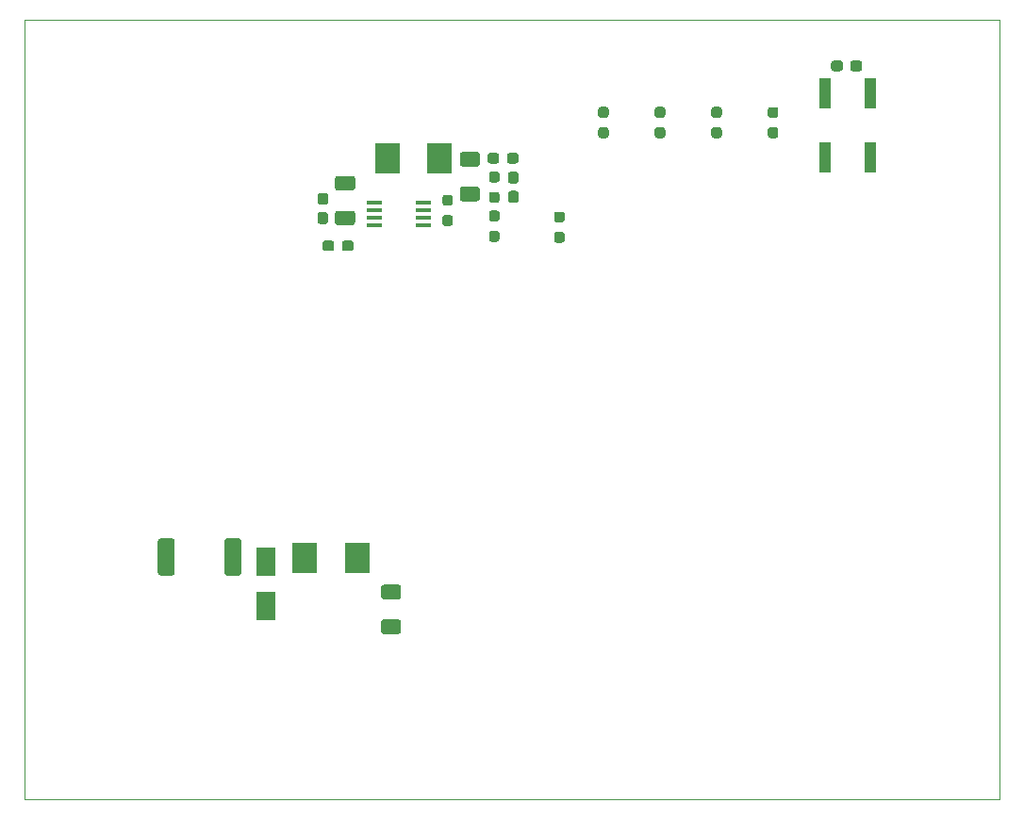
<source format=gbr>
%TF.GenerationSoftware,KiCad,Pcbnew,(5.1.6)-1*%
%TF.CreationDate,2020-12-18T16:38:49+01:00*%
%TF.ProjectId,Board,426f6172-642e-46b6-9963-61645f706362,rev?*%
%TF.SameCoordinates,PX253b400PY7a67730*%
%TF.FileFunction,Paste,Top*%
%TF.FilePolarity,Positive*%
%FSLAX46Y46*%
G04 Gerber Fmt 4.6, Leading zero omitted, Abs format (unit mm)*
G04 Created by KiCad (PCBNEW (5.1.6)-1) date 2020-12-18 16:38:49*
%MOMM*%
%LPD*%
G01*
G04 APERTURE LIST*
%TA.AperFunction,Profile*%
%ADD10C,0.050000*%
%TD*%
%ADD11R,2.200000X2.750000*%
%ADD12R,1.450000X0.450000*%
%ADD13R,1.800000X2.500000*%
%ADD14R,1.000000X2.800000*%
G04 APERTURE END LIST*
D10*
X0Y70000000D02*
X0Y0D01*
X87500000Y70000000D02*
X0Y70000000D01*
X87500000Y0D02*
X87500000Y70000000D01*
X0Y0D02*
X87500000Y0D01*
D11*
X37280000Y57580000D03*
X32580000Y57580000D03*
X29850000Y21680000D03*
X25150000Y21680000D03*
D12*
X35780000Y53555000D03*
X35780000Y52905000D03*
X35780000Y52255000D03*
X35780000Y51605000D03*
X31380000Y51605000D03*
X31380000Y52255000D03*
X31380000Y52905000D03*
X31380000Y53555000D03*
G36*
G01*
X41931500Y51055000D02*
X42406500Y51055000D01*
G75*
G02*
X42644000Y50817500I0J-237500D01*
G01*
X42644000Y50317500D01*
G75*
G02*
X42406500Y50080000I-237500J0D01*
G01*
X41931500Y50080000D01*
G75*
G02*
X41694000Y50317500I0J237500D01*
G01*
X41694000Y50817500D01*
G75*
G02*
X41931500Y51055000I237500J0D01*
G01*
G37*
G36*
G01*
X41931500Y52880000D02*
X42406500Y52880000D01*
G75*
G02*
X42644000Y52642500I0J-237500D01*
G01*
X42644000Y52142500D01*
G75*
G02*
X42406500Y51905000I-237500J0D01*
G01*
X41931500Y51905000D01*
G75*
G02*
X41694000Y52142500I0J237500D01*
G01*
X41694000Y52642500D01*
G75*
G02*
X41931500Y52880000I237500J0D01*
G01*
G37*
G36*
G01*
X41931500Y54555000D02*
X42406500Y54555000D01*
G75*
G02*
X42644000Y54317500I0J-237500D01*
G01*
X42644000Y53817500D01*
G75*
G02*
X42406500Y53580000I-237500J0D01*
G01*
X41931500Y53580000D01*
G75*
G02*
X41694000Y53817500I0J237500D01*
G01*
X41694000Y54317500D01*
G75*
G02*
X41931500Y54555000I237500J0D01*
G01*
G37*
G36*
G01*
X41931500Y56380000D02*
X42406500Y56380000D01*
G75*
G02*
X42644000Y56142500I0J-237500D01*
G01*
X42644000Y55642500D01*
G75*
G02*
X42406500Y55405000I-237500J0D01*
G01*
X41931500Y55405000D01*
G75*
G02*
X41694000Y55642500I0J237500D01*
G01*
X41694000Y56142500D01*
G75*
G02*
X41931500Y56380000I237500J0D01*
G01*
G37*
G36*
G01*
X52207500Y61215000D02*
X51732500Y61215000D01*
G75*
G02*
X51495000Y61452500I0J237500D01*
G01*
X51495000Y61952500D01*
G75*
G02*
X51732500Y62190000I237500J0D01*
G01*
X52207500Y62190000D01*
G75*
G02*
X52445000Y61952500I0J-237500D01*
G01*
X52445000Y61452500D01*
G75*
G02*
X52207500Y61215000I-237500J0D01*
G01*
G37*
G36*
G01*
X52207500Y59390000D02*
X51732500Y59390000D01*
G75*
G02*
X51495000Y59627500I0J237500D01*
G01*
X51495000Y60127500D01*
G75*
G02*
X51732500Y60365000I237500J0D01*
G01*
X52207500Y60365000D01*
G75*
G02*
X52445000Y60127500I0J-237500D01*
G01*
X52445000Y59627500D01*
G75*
G02*
X52207500Y59390000I-237500J0D01*
G01*
G37*
G36*
G01*
X67437500Y61207500D02*
X66962500Y61207500D01*
G75*
G02*
X66725000Y61445000I0J237500D01*
G01*
X66725000Y61945000D01*
G75*
G02*
X66962500Y62182500I237500J0D01*
G01*
X67437500Y62182500D01*
G75*
G02*
X67675000Y61945000I0J-237500D01*
G01*
X67675000Y61445000D01*
G75*
G02*
X67437500Y61207500I-237500J0D01*
G01*
G37*
G36*
G01*
X67437500Y59382500D02*
X66962500Y59382500D01*
G75*
G02*
X66725000Y59620000I0J237500D01*
G01*
X66725000Y60120000D01*
G75*
G02*
X66962500Y60357500I237500J0D01*
G01*
X67437500Y60357500D01*
G75*
G02*
X67675000Y60120000I0J-237500D01*
G01*
X67675000Y59620000D01*
G75*
G02*
X67437500Y59382500I-237500J0D01*
G01*
G37*
G36*
G01*
X62367500Y61217500D02*
X61892500Y61217500D01*
G75*
G02*
X61655000Y61455000I0J237500D01*
G01*
X61655000Y61955000D01*
G75*
G02*
X61892500Y62192500I237500J0D01*
G01*
X62367500Y62192500D01*
G75*
G02*
X62605000Y61955000I0J-237500D01*
G01*
X62605000Y61455000D01*
G75*
G02*
X62367500Y61217500I-237500J0D01*
G01*
G37*
G36*
G01*
X62367500Y59392500D02*
X61892500Y59392500D01*
G75*
G02*
X61655000Y59630000I0J237500D01*
G01*
X61655000Y60130000D01*
G75*
G02*
X61892500Y60367500I237500J0D01*
G01*
X62367500Y60367500D01*
G75*
G02*
X62605000Y60130000I0J-237500D01*
G01*
X62605000Y59630000D01*
G75*
G02*
X62367500Y59392500I-237500J0D01*
G01*
G37*
G36*
G01*
X57287500Y61217500D02*
X56812500Y61217500D01*
G75*
G02*
X56575000Y61455000I0J237500D01*
G01*
X56575000Y61955000D01*
G75*
G02*
X56812500Y62192500I237500J0D01*
G01*
X57287500Y62192500D01*
G75*
G02*
X57525000Y61955000I0J-237500D01*
G01*
X57525000Y61455000D01*
G75*
G02*
X57287500Y61217500I-237500J0D01*
G01*
G37*
G36*
G01*
X57287500Y59392500D02*
X56812500Y59392500D01*
G75*
G02*
X56575000Y59630000I0J237500D01*
G01*
X56575000Y60130000D01*
G75*
G02*
X56812500Y60367500I237500J0D01*
G01*
X57287500Y60367500D01*
G75*
G02*
X57525000Y60130000I0J-237500D01*
G01*
X57525000Y59630000D01*
G75*
G02*
X57287500Y59392500I-237500J0D01*
G01*
G37*
G36*
G01*
X47782500Y50965000D02*
X48257500Y50965000D01*
G75*
G02*
X48495000Y50727500I0J-237500D01*
G01*
X48495000Y50227500D01*
G75*
G02*
X48257500Y49990000I-237500J0D01*
G01*
X47782500Y49990000D01*
G75*
G02*
X47545000Y50227500I0J237500D01*
G01*
X47545000Y50727500D01*
G75*
G02*
X47782500Y50965000I237500J0D01*
G01*
G37*
G36*
G01*
X47782500Y52790000D02*
X48257500Y52790000D01*
G75*
G02*
X48495000Y52552500I0J-237500D01*
G01*
X48495000Y52052500D01*
G75*
G02*
X48257500Y51815000I-237500J0D01*
G01*
X47782500Y51815000D01*
G75*
G02*
X47545000Y52052500I0J237500D01*
G01*
X47545000Y52552500D01*
G75*
G02*
X47782500Y52790000I237500J0D01*
G01*
G37*
G36*
G01*
X38217500Y53317500D02*
X37742500Y53317500D01*
G75*
G02*
X37505000Y53555000I0J237500D01*
G01*
X37505000Y54055000D01*
G75*
G02*
X37742500Y54292500I237500J0D01*
G01*
X38217500Y54292500D01*
G75*
G02*
X38455000Y54055000I0J-237500D01*
G01*
X38455000Y53555000D01*
G75*
G02*
X38217500Y53317500I-237500J0D01*
G01*
G37*
G36*
G01*
X38217500Y51492500D02*
X37742500Y51492500D01*
G75*
G02*
X37505000Y51730000I0J237500D01*
G01*
X37505000Y52230000D01*
G75*
G02*
X37742500Y52467500I237500J0D01*
G01*
X38217500Y52467500D01*
G75*
G02*
X38455000Y52230000I0J-237500D01*
G01*
X38455000Y51730000D01*
G75*
G02*
X38217500Y51492500I-237500J0D01*
G01*
G37*
G36*
G01*
X43642500Y54655000D02*
X44117500Y54655000D01*
G75*
G02*
X44355000Y54417500I0J-237500D01*
G01*
X44355000Y53817500D01*
G75*
G02*
X44117500Y53580000I-237500J0D01*
G01*
X43642500Y53580000D01*
G75*
G02*
X43405000Y53817500I0J237500D01*
G01*
X43405000Y54417500D01*
G75*
G02*
X43642500Y54655000I237500J0D01*
G01*
G37*
G36*
G01*
X43642500Y56380000D02*
X44117500Y56380000D01*
G75*
G02*
X44355000Y56142500I0J-237500D01*
G01*
X44355000Y55542500D01*
G75*
G02*
X44117500Y55305000I-237500J0D01*
G01*
X43642500Y55305000D01*
G75*
G02*
X43405000Y55542500I0J237500D01*
G01*
X43405000Y56142500D01*
G75*
G02*
X43642500Y56380000I237500J0D01*
G01*
G37*
G36*
G01*
X27007500Y53397500D02*
X26532500Y53397500D01*
G75*
G02*
X26295000Y53635000I0J237500D01*
G01*
X26295000Y54235000D01*
G75*
G02*
X26532500Y54472500I237500J0D01*
G01*
X27007500Y54472500D01*
G75*
G02*
X27245000Y54235000I0J-237500D01*
G01*
X27245000Y53635000D01*
G75*
G02*
X27007500Y53397500I-237500J0D01*
G01*
G37*
G36*
G01*
X27007500Y51672500D02*
X26532500Y51672500D01*
G75*
G02*
X26295000Y51910000I0J237500D01*
G01*
X26295000Y52510000D01*
G75*
G02*
X26532500Y52747500I237500J0D01*
G01*
X27007500Y52747500D01*
G75*
G02*
X27245000Y52510000I0J-237500D01*
G01*
X27245000Y51910000D01*
G75*
G02*
X27007500Y51672500I-237500J0D01*
G01*
G37*
G36*
G01*
X73475000Y66117500D02*
X73475000Y65642500D01*
G75*
G02*
X73237500Y65405000I-237500J0D01*
G01*
X72637500Y65405000D01*
G75*
G02*
X72400000Y65642500I0J237500D01*
G01*
X72400000Y66117500D01*
G75*
G02*
X72637500Y66355000I237500J0D01*
G01*
X73237500Y66355000D01*
G75*
G02*
X73475000Y66117500I0J-237500D01*
G01*
G37*
G36*
G01*
X75200000Y66117500D02*
X75200000Y65642500D01*
G75*
G02*
X74962500Y65405000I-237500J0D01*
G01*
X74362500Y65405000D01*
G75*
G02*
X74125000Y65642500I0J237500D01*
G01*
X74125000Y66117500D01*
G75*
G02*
X74362500Y66355000I237500J0D01*
G01*
X74962500Y66355000D01*
G75*
G02*
X75200000Y66117500I0J-237500D01*
G01*
G37*
G36*
G01*
X42605000Y57817500D02*
X42605000Y57342500D01*
G75*
G02*
X42367500Y57105000I-237500J0D01*
G01*
X41792500Y57105000D01*
G75*
G02*
X41555000Y57342500I0J237500D01*
G01*
X41555000Y57817500D01*
G75*
G02*
X41792500Y58055000I237500J0D01*
G01*
X42367500Y58055000D01*
G75*
G02*
X42605000Y57817500I0J-237500D01*
G01*
G37*
G36*
G01*
X44355000Y57817500D02*
X44355000Y57342500D01*
G75*
G02*
X44117500Y57105000I-237500J0D01*
G01*
X43542500Y57105000D01*
G75*
G02*
X43305000Y57342500I0J237500D01*
G01*
X43305000Y57817500D01*
G75*
G02*
X43542500Y58055000I237500J0D01*
G01*
X44117500Y58055000D01*
G75*
G02*
X44355000Y57817500I0J-237500D01*
G01*
G37*
G36*
G01*
X27795000Y49947500D02*
X27795000Y49472500D01*
G75*
G02*
X27557500Y49235000I-237500J0D01*
G01*
X26982500Y49235000D01*
G75*
G02*
X26745000Y49472500I0J237500D01*
G01*
X26745000Y49947500D01*
G75*
G02*
X26982500Y50185000I237500J0D01*
G01*
X27557500Y50185000D01*
G75*
G02*
X27795000Y49947500I0J-237500D01*
G01*
G37*
G36*
G01*
X29545000Y49947500D02*
X29545000Y49472500D01*
G75*
G02*
X29307500Y49235000I-237500J0D01*
G01*
X28732500Y49235000D01*
G75*
G02*
X28495000Y49472500I0J237500D01*
G01*
X28495000Y49947500D01*
G75*
G02*
X28732500Y50185000I237500J0D01*
G01*
X29307500Y50185000D01*
G75*
G02*
X29545000Y49947500I0J-237500D01*
G01*
G37*
G36*
G01*
X32249998Y16150000D02*
X33550002Y16150000D01*
G75*
G02*
X33800000Y15900002I0J-249998D01*
G01*
X33800000Y15074998D01*
G75*
G02*
X33550002Y14825000I-249998J0D01*
G01*
X32249998Y14825000D01*
G75*
G02*
X32000000Y15074998I0J249998D01*
G01*
X32000000Y15900002D01*
G75*
G02*
X32249998Y16150000I249998J0D01*
G01*
G37*
G36*
G01*
X32249998Y19275000D02*
X33550002Y19275000D01*
G75*
G02*
X33800000Y19025002I0J-249998D01*
G01*
X33800000Y18199998D01*
G75*
G02*
X33550002Y17950000I-249998J0D01*
G01*
X32249998Y17950000D01*
G75*
G02*
X32000000Y18199998I0J249998D01*
G01*
X32000000Y19025002D01*
G75*
G02*
X32249998Y19275000I249998J0D01*
G01*
G37*
G36*
G01*
X39329998Y55037500D02*
X40630002Y55037500D01*
G75*
G02*
X40880000Y54787502I0J-249998D01*
G01*
X40880000Y53962498D01*
G75*
G02*
X40630002Y53712500I-249998J0D01*
G01*
X39329998Y53712500D01*
G75*
G02*
X39080000Y53962498I0J249998D01*
G01*
X39080000Y54787502D01*
G75*
G02*
X39329998Y55037500I249998J0D01*
G01*
G37*
G36*
G01*
X39329998Y58162500D02*
X40630002Y58162500D01*
G75*
G02*
X40880000Y57912502I0J-249998D01*
G01*
X40880000Y57087498D01*
G75*
G02*
X40630002Y56837500I-249998J0D01*
G01*
X39329998Y56837500D01*
G75*
G02*
X39080000Y57087498I0J249998D01*
G01*
X39080000Y57912502D01*
G75*
G02*
X39329998Y58162500I249998J0D01*
G01*
G37*
G36*
G01*
X29420002Y54672500D02*
X28119998Y54672500D01*
G75*
G02*
X27870000Y54922498I0J249998D01*
G01*
X27870000Y55747502D01*
G75*
G02*
X28119998Y55997500I249998J0D01*
G01*
X29420002Y55997500D01*
G75*
G02*
X29670000Y55747502I0J-249998D01*
G01*
X29670000Y54922498D01*
G75*
G02*
X29420002Y54672500I-249998J0D01*
G01*
G37*
G36*
G01*
X29420002Y51547500D02*
X28119998Y51547500D01*
G75*
G02*
X27870000Y51797498I0J249998D01*
G01*
X27870000Y52622502D01*
G75*
G02*
X28119998Y52872500I249998J0D01*
G01*
X29420002Y52872500D01*
G75*
G02*
X29670000Y52622502I0J-249998D01*
G01*
X29670000Y51797498D01*
G75*
G02*
X29420002Y51547500I-249998J0D01*
G01*
G37*
G36*
G01*
X13487500Y23185001D02*
X13487500Y20334999D01*
G75*
G02*
X13237501Y20085000I-249999J0D01*
G01*
X12212499Y20085000D01*
G75*
G02*
X11962500Y20334999I0J249999D01*
G01*
X11962500Y23185001D01*
G75*
G02*
X12212499Y23435000I249999J0D01*
G01*
X13237501Y23435000D01*
G75*
G02*
X13487500Y23185001I0J-249999D01*
G01*
G37*
G36*
G01*
X19462500Y23185001D02*
X19462500Y20334999D01*
G75*
G02*
X19212501Y20085000I-249999J0D01*
G01*
X18187499Y20085000D01*
G75*
G02*
X17937500Y20334999I0J249999D01*
G01*
X17937500Y23185001D01*
G75*
G02*
X18187499Y23435000I249999J0D01*
G01*
X19212501Y23435000D01*
G75*
G02*
X19462500Y23185001I0J-249999D01*
G01*
G37*
D13*
X21660000Y17360000D03*
X21660000Y21360000D03*
D14*
X71910000Y57620000D03*
X71910000Y63420000D03*
X75910000Y57620000D03*
X75910000Y63420000D03*
M02*

</source>
